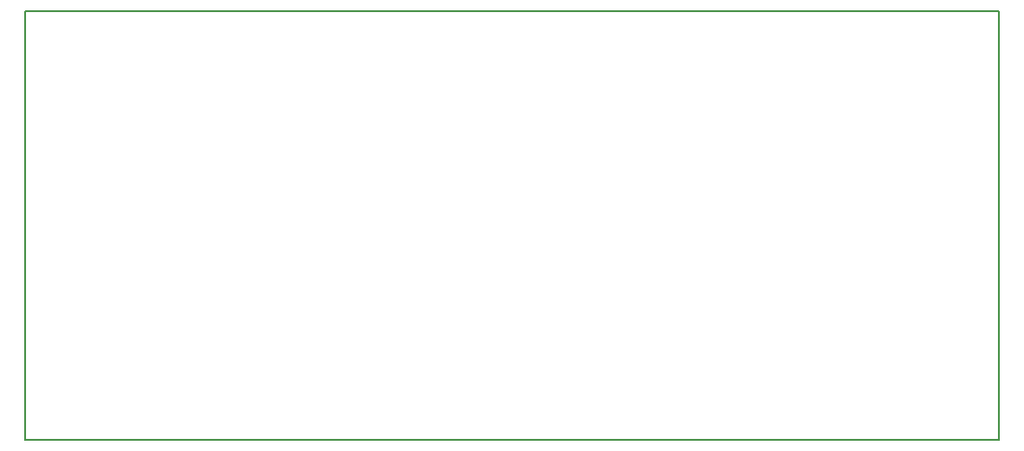
<source format=gbr>
G04 #@! TF.GenerationSoftware,KiCad,Pcbnew,(5.0.0-rc2-dev-311-g1dd4af297)*
G04 #@! TF.CreationDate,2018-06-18T13:27:12-07:00*
G04 #@! TF.ProjectId,beacon_pll,626561636F6E5F706C6C2E6B69636164,rev?*
G04 #@! TF.SameCoordinates,Original*
G04 #@! TF.FileFunction,Profile,NP*
%FSLAX46Y46*%
G04 Gerber Fmt 4.6, Leading zero omitted, Abs format (unit mm)*
G04 Created by KiCad (PCBNEW (5.0.0-rc2-dev-311-g1dd4af297)) date 06/18/18 13:27:12*
%MOMM*%
%LPD*%
G01*
G04 APERTURE LIST*
%ADD10C,0.150000*%
G04 APERTURE END LIST*
D10*
X159000000Y-99000000D02*
X159000000Y-60000000D01*
X247650000Y-99000000D02*
X159000000Y-99000000D01*
X247650000Y-60000000D02*
X247650000Y-99000000D01*
X159000000Y-60000000D02*
X247650000Y-60000000D01*
M02*

</source>
